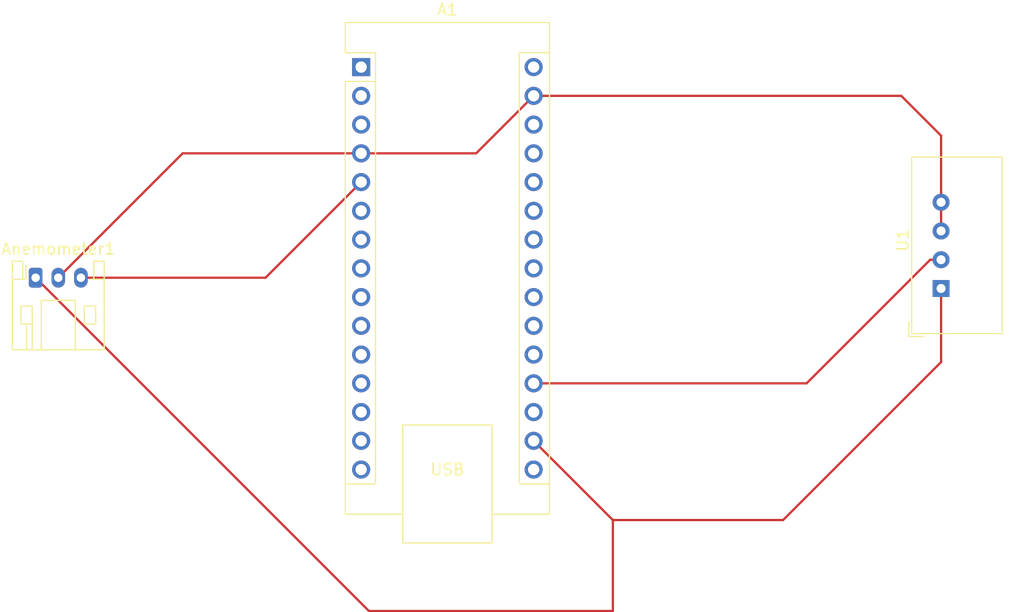
<source format=kicad_pcb>
(kicad_pcb (version 20241229) (generator "pcbnew") (generator_version "9.0")
  (layers (0 "F.Cu" signal) (2 "B.Cu" signal) (13 "F.Paste" user) (15 "B.Paste" user) (5 "F.SilkS" user "F.Silkscreen") (7 "B.SilkS" user "B.Silkscreen") (1 "F.Mask" user) (3 "B.Mask" user) (25 "Edge.Cuts" user))
  (net 0 "")
  (net 26 "Net-(A1-3V3)")
  (net 27 "Net-(A1-A0)")
  (net 28 "Net-(Anemometer1-GND)")
  (net 29 "Net-(A1-D2)")
  (footprint "Module:Arduino_Nano" (layer "F.Cu") (at 119.26 64.94)
    (property "Reference" "A1" (at 7.62 -5.08 0) (layer "F.SilkS"))
    (property "Value" "Arduino_Nano_ESP32")
    (fp_line (start -1.4 -3.94) (end -1.4 -1.27) (stroke (width 0.12)) (layer "F.SilkS"))
    (fp_line (start -1.4 1.27) (end -1.4 39.5) (stroke (width 0.12)) (layer "F.SilkS"))
    (fp_line (start -1.4 39.5) (end 3.68 39.5) (stroke (width 0.12)) (layer "F.SilkS"))
    (fp_line (start 1.27 -1.27) (end -1.4 -1.27) (stroke (width 0.12)) (layer "F.SilkS"))
    (fp_line (start 1.27 1.27) (end -1.4 1.27) (stroke (width 0.12)) (layer "F.SilkS"))
    (fp_line (start 1.27 1.27) (end 1.27 -1.27) (stroke (width 0.12)) (layer "F.SilkS"))
    (fp_line (start 1.27 1.27) (end 1.27 36.83) (stroke (width 0.12)) (layer "F.SilkS"))
    (fp_line (start 1.27 36.83) (end -1.4 36.83) (stroke (width 0.12)) (layer "F.SilkS"))
    (fp_line (start 3.68 31.62) (end 11.56 31.62) (stroke (width 0.12)) (layer "F.SilkS"))
    (fp_line (start 3.68 42.04) (end 3.68 31.62) (stroke (width 0.12)) (layer "F.SilkS"))
    (fp_line (start 11.56 31.62) (end 11.56 42.04) (stroke (width 0.12)) (layer "F.SilkS"))
    (fp_line (start 11.56 42.04) (end 3.68 42.04) (stroke (width 0.12)) (layer "F.SilkS"))
    (fp_line (start 13.97 -1.27) (end 13.97 36.83) (stroke (width 0.12)) (layer "F.SilkS"))
    (fp_line (start 13.97 -1.27) (end 16.64 -1.27) (stroke (width 0.12)) (layer "F.SilkS"))
    (fp_line (start 13.97 36.83) (end 16.64 36.83) (stroke (width 0.12)) (layer "F.SilkS"))
    (fp_line (start 16.64 -3.94) (end -1.4 -3.94) (stroke (width 0.12)) (layer "F.SilkS"))
    (fp_line (start 16.64 39.5) (end 11.56 39.5) (stroke (width 0.12)) (layer "F.SilkS"))
    (fp_line (start 16.64 39.5) (end 16.64 -3.94) (stroke (width 0.12)) (layer "F.SilkS"))
    (fp_text user "USB" (at 7.62 35.56 0) (layer "F.SilkS"))
    (pad "1" thru_hole rect (at 0 0) (size 1.6 1.6) (drill 1) (layers "*.Cu" "*.Mask"))
    (pad "2" thru_hole oval (at 0 2.54) (size 1.6 1.6) (drill 1) (layers "*.Cu" "*.Mask"))
    (pad "3" thru_hole oval (at 0 5.08) (size 1.6 1.6) (drill 1) (layers "*.Cu" "*.Mask"))
    (pad "4" thru_hole oval (at 0 7.62) (size 1.6 1.6) (drill 1) (layers "*.Cu" "*.Mask") (net 28 "Net-(Anemometer1-GND)"))
    (pad "5" thru_hole oval (at 0 10.16) (size 1.6 1.6) (drill 1) (layers "*.Cu" "*.Mask") (net 29 "Net-(A1-D2)"))
    (pad "6" thru_hole oval (at 0 12.7) (size 1.6 1.6) (drill 1) (layers "*.Cu" "*.Mask"))
    (pad "7" thru_hole oval (at 0 15.24) (size 1.6 1.6) (drill 1) (layers "*.Cu" "*.Mask"))
    (pad "8" thru_hole oval (at 0 17.78) (size 1.6 1.6) (drill 1) (layers "*.Cu" "*.Mask"))
    (pad "9" thru_hole oval (at 0 20.32) (size 1.6 1.6) (drill 1) (layers "*.Cu" "*.Mask"))
    (pad "10" thru_hole oval (at 0 22.86) (size 1.6 1.6) (drill 1) (layers "*.Cu" "*.Mask"))
    (pad "11" thru_hole oval (at 0 25.4) (size 1.6 1.6) (drill 1) (layers "*.Cu" "*.Mask"))
    (pad "12" thru_hole oval (at 0 27.94) (size 1.6 1.6) (drill 1) (layers "*.Cu" "*.Mask"))
    (pad "13" thru_hole oval (at 0 30.48) (size 1.6 1.6) (drill 1) (layers "*.Cu" "*.Mask"))
    (pad "14" thru_hole oval (at 0 33.02) (size 1.6 1.6) (drill 1) (layers "*.Cu" "*.Mask"))
    (pad "15" thru_hole oval (at 0 35.56) (size 1.6 1.6) (drill 1) (layers "*.Cu" "*.Mask"))
    (pad "16" thru_hole oval (at 15.24 35.56) (size 1.6 1.6) (drill 1) (layers "*.Cu" "*.Mask"))
    (pad "17" thru_hole oval (at 15.24 33.02) (size 1.6 1.6) (drill 1) (layers "*.Cu" "*.Mask") (net 26 "Net-(A1-3V3)"))
    (pad "18" thru_hole oval (at 15.24 30.48) (size 1.6 1.6) (drill 1) (layers "*.Cu" "*.Mask"))
    (pad "19" thru_hole oval (at 15.24 27.94) (size 1.6 1.6) (drill 1) (layers "*.Cu" "*.Mask") (net 27 "Net-(A1-A0)"))
    (pad "20" thru_hole oval (at 15.24 25.4) (size 1.6 1.6) (drill 1) (layers "*.Cu" "*.Mask"))
    (pad "21" thru_hole oval (at 15.24 22.86) (size 1.6 1.6) (drill 1) (layers "*.Cu" "*.Mask"))
    (pad "22" thru_hole oval (at 15.24 20.32) (size 1.6 1.6) (drill 1) (layers "*.Cu" "*.Mask"))
    (pad "23" thru_hole oval (at 15.24 17.78) (size 1.6 1.6) (drill 1) (layers "*.Cu" "*.Mask"))
    (pad "24" thru_hole oval (at 15.24 15.24) (size 1.6 1.6) (drill 1) (layers "*.Cu" "*.Mask"))
    (pad "25" thru_hole oval (at 15.24 12.7) (size 1.6 1.6) (drill 1) (layers "*.Cu" "*.Mask"))
    (pad "26" thru_hole oval (at 15.24 10.16) (size 1.6 1.6) (drill 1) (layers "*.Cu" "*.Mask"))
    (pad "27" thru_hole oval (at 15.24 7.62) (size 1.6 1.6) (drill 1) (layers "*.Cu" "*.Mask"))
    (pad "28" thru_hole oval (at 15.24 5.08) (size 1.6 1.6) (drill 1) (layers "*.Cu" "*.Mask"))
    (pad "29" thru_hole oval (at 15.24 2.54) (size 1.6 1.6) (drill 1) (layers "*.Cu" "*.Mask") (net 28 "Net-(Anemometer1-GND)"))
    (pad "30" thru_hole oval (at 15.24 0) (size 1.6 1.6) (drill 1) (layers "*.Cu" "*.Mask"))
  )
  (footprint "Connector_JST:JST_PH_S3B-PH-K_1x03_P2.00mm_Horizontal" (layer "F.Cu") (at 90.5 83.55)
    (property "Reference" "Anemometer1" (at 2 -2.55 0) (layer "F.SilkS"))
    (property "Value" "~")
    (fp_line (start -2.06 -1.46) (end -2.06 6.36) (stroke (width 0.12)) (layer "F.SilkS"))
    (fp_line (start -2.06 0.14) (end -1.14 0.14) (stroke (width 0.12)) (layer "F.SilkS"))
    (fp_line (start -2.06 6.36) (end 6.06 6.36) (stroke (width 0.12)) (layer "F.SilkS"))
    (fp_line (start -1.3 2.5) (end -1.3 4.1) (stroke (width 0.12)) (layer "F.SilkS"))
    (fp_line (start -1.3 4.1) (end -0.3 4.1) (stroke (width 0.12)) (layer "F.SilkS"))
    (fp_line (start -1.14 -1.46) (end -2.06 -1.46) (stroke (width 0.12)) (layer "F.SilkS"))
    (fp_line (start -1.14 0.14) (end -1.14 -1.46) (stroke (width 0.12)) (layer "F.SilkS"))
    (fp_line (start -0.86 0.14) (end -1.14 0.14) (stroke (width 0.12)) (layer "F.SilkS"))
    (fp_line (start -0.86 0.14) (end -0.86 -1.075) (stroke (width 0.12)) (layer "F.SilkS"))
    (fp_line (start -0.8 4.1) (end -0.8 6.36) (stroke (width 0.12)) (layer "F.SilkS"))
    (fp_line (start -0.3 2.5) (end -1.3 2.5) (stroke (width 0.12)) (layer "F.SilkS"))
    (fp_line (start -0.3 4.1) (end -0.3 2.5) (stroke (width 0.12)) (layer "F.SilkS"))
    (fp_line (start -0.3 4.1) (end -0.3 6.36) (stroke (width 0.12)) (layer "F.SilkS"))
    (fp_line (start 0.5 2) (end 3.5 2) (stroke (width 0.12)) (layer "F.SilkS"))
    (fp_line (start 0.5 6.36) (end 0.5 2) (stroke (width 0.12)) (layer "F.SilkS"))
    (fp_line (start 3.5 2) (end 3.5 6.36) (stroke (width 0.12)) (layer "F.SilkS"))
    (fp_line (start 4.3 2.5) (end 5.3 2.5) (stroke (width 0.12)) (layer "F.SilkS"))
    (fp_line (start 4.3 4.1) (end 4.3 2.5) (stroke (width 0.12)) (layer "F.SilkS"))
    (fp_line (start 5.14 -1.46) (end 5.14 0.14) (stroke (width 0.12)) (layer "F.SilkS"))
    (fp_line (start 5.14 0.14) (end 4.86 0.14) (stroke (width 0.12)) (layer "F.SilkS"))
    (fp_line (start 5.3 2.5) (end 5.3 4.1) (stroke (width 0.12)) (layer "F.SilkS"))
    (fp_line (start 5.3 4.1) (end 4.3 4.1) (stroke (width 0.12)) (layer "F.SilkS"))
    (fp_line (start 6.06 -1.46) (end 5.14 -1.46) (stroke (width 0.12)) (layer "F.SilkS"))
    (fp_line (start 6.06 0.14) (end 5.14 0.14) (stroke (width 0.12)) (layer "F.SilkS"))
    (fp_line (start 6.06 6.36) (end 6.06 -1.46) (stroke (width 0.12)) (layer "F.SilkS"))
    (pad "1" thru_hole roundrect (at 0 0) (size 1.2 1.75) (drill 0.75) (layers "*.Cu" "*.Mask") (roundrect_rratio 0.208333) (net 26 "Net-(A1-3V3)"))
    (pad "2" thru_hole oval (at 2 0) (size 1.2 1.75) (drill 0.75) (layers "*.Cu" "*.Mask") (net 28 "Net-(Anemometer1-GND)"))
    (pad "3" thru_hole oval (at 4 0) (size 1.2 1.75) (drill 0.75) (layers "*.Cu" "*.Mask") (net 29 "Net-(A1-D2)"))
  )
  (footprint "Sensor:ASAIR_AM2302_P2.54mm_Vertical" (layer "F.Cu") (at 170.5 84.5 90)
    (property "Reference" "U1" (at 4.26 -3.4 90) (layer "F.SilkS"))
    (property "Value" "AM2302")
    (fp_line (start -4.24 -2.85) (end -2.97 -2.85) (stroke (width 0.12)) (layer "F.SilkS"))
    (fp_line (start 11.61 -2.6) (end 11.61 5.4) (stroke (width 0.12)) (layer "F.SilkS"))
    (fp_line (start -3.99 -2.6) (end 11.61 -2.6) (stroke (width 0.12)) (layer "F.SilkS"))
    (fp_line (start -4.24 -1.58) (end -4.24 -2.85) (stroke (width 0.12)) (layer "F.SilkS"))
    (fp_line (start 11.61 5.4) (end -3.99 5.4) (stroke (width 0.12)) (layer "F.SilkS"))
    (fp_line (start -3.99 5.4) (end -3.99 -2.6) (stroke (width 0.12)) (layer "F.SilkS"))
    (pad "1" thru_hole rect (at 0 0 180) (size 1.5 1.5) (drill 0.8) (layers "*.Cu" "*.Mask") (net 26 "Net-(A1-3V3)"))
    (pad "2" thru_hole circle (at 2.54 0 180) (size 1.5 1.5) (drill 0.8) (layers "*.Cu" "*.Mask") (net 27 "Net-(A1-A0)"))
    (pad "3" thru_hole circle (at 5.08 0 180) (size 1.5 1.5) (drill 0.8) (layers "*.Cu" "*.Mask") (net 28 "Net-(Anemometer1-GND)"))
    (pad "4" thru_hole circle (at 7.62 0 180) (size 1.5 1.5) (drill 0.8) (layers "*.Cu" "*.Mask") (net 28 "Net-(Anemometer1-GND)"))
  )
  (segment (start 141.5 113) (end 141.5 104.96) (width 0.2) (layer "F.Cu") (net 26))
  (segment (start 156.54 104.96) (end 141.5 104.96) (width 0.2) (layer "F.Cu") (net 26))
  (segment (start 119.95 113) (end 141.5 113) (width 0.2) (layer "F.Cu") (net 26))
  (segment (start 141.5 104.96) (end 134.5 97.96) (width 0.2) (layer "F.Cu") (net 26))
  (segment (start 170.5 84.5) (end 170.5 91) (width 0.2) (layer "F.Cu") (net 26))
  (segment (start 170.5 91) (end 156.54 104.96) (width 0.2) (layer "F.Cu") (net 26))
  (segment (start 90.5 83.55) (end 119.95 113) (width 0.2) (layer "F.Cu") (net 26))
  (segment (start 170.5 81.96) (end 169.54 81.96) (width 0.2) (layer "F.Cu") (net 27))
  (segment (start 169.54 81.96) (end 158.62 92.88) (width 0.2) (layer "F.Cu") (net 27))
  (segment (start 158.62 92.88) (end 134.5 92.88) (width 0.2) (layer "F.Cu") (net 27))
  (segment (start 103.49 72.56) (end 119.26 72.56) (width 0.2) (layer "F.Cu") (net 28))
  (segment (start 166.98 67.48) (end 134.5 67.48) (width 0.2) (layer "F.Cu") (net 28))
  (segment (start 170.5 76.88) (end 170.5 71) (width 0.2) (layer "F.Cu") (net 28))
  (segment (start 129.42 72.56) (end 119.26 72.56) (width 0.2) (layer "F.Cu") (net 28))
  (segment (start 92.5 83.55) (end 103.49 72.56) (width 0.2) (layer "F.Cu") (net 28))
  (segment (start 170.5 71) (end 166.98 67.48) (width 0.2) (layer "F.Cu") (net 28))
  (segment (start 170.5 79.42) (end 170.5 76.88) (width 0.2) (layer "F.Cu") (net 28))
  (segment (start 134.5 67.48) (end 129.42 72.56) (width 0.2) (layer "F.Cu") (net 28))
  (segment (start 94.5 83.55) (end 110.81 83.55) (width 0.2) (layer "F.Cu") (net 29))
  (segment (start 110.81 83.55) (end 119.26 75.1) (width 0.2) (layer "F.Cu") (net 29))
)
</source>
